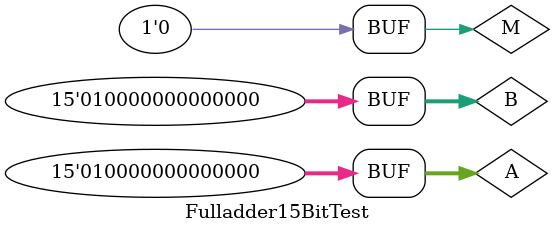
<source format=v>
`timescale 1ns / 1ps


module Fulladder15BitTest;

	// Inputs
	reg [14:0] A;
	reg [14:0] B;
	reg M;

	// Outputs
	wire Cout;
	wire V;
	wire [14:0] S;

	// Instantiate the Unit Under Test (UUT)
	FullAdder15Bit uut (
		.A(A), 
		.B(B), 
		.M(M), 
		.Cout(Cout), 
		.V(V), 
		.S(S)
	);

	initial begin
		// Initialize Inputs
		A = 15'b010000000000000;
		B = 15'b010000000000000;
		M = 0;

	end
      
endmodule


</source>
